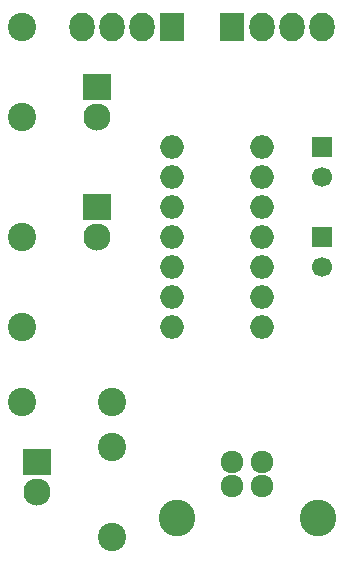
<source format=gbs>
G04 #@! TF.FileFunction,Soldermask,Bot*
%FSLAX46Y46*%
G04 Gerber Fmt 4.6, Leading zero omitted, Abs format (unit mm)*
G04 Created by KiCad (PCBNEW 4.0.4+e1-6308~48~ubuntu16.04.1-stable) date Thu Oct 20 18:00:38 2016*
%MOMM*%
%LPD*%
G01*
G04 APERTURE LIST*
%ADD10C,0.100000*%
%ADD11R,1.700000X1.700000*%
%ADD12C,1.700000*%
%ADD13R,2.400000X2.300000*%
%ADD14C,2.300000*%
%ADD15C,1.924000*%
%ADD16C,3.100020*%
%ADD17R,2.127200X2.432000*%
%ADD18O,2.127200X2.432000*%
%ADD19O,2.000000X2.000000*%
%ADD20C,2.398980*%
G04 APERTURE END LIST*
D10*
D11*
X157480000Y-85090000D03*
D12*
X157480000Y-87590000D03*
D11*
X157480000Y-92710000D03*
D12*
X157480000Y-95210000D03*
D13*
X133350000Y-111760000D03*
D14*
X133350000Y-114300000D03*
D13*
X138430000Y-80010000D03*
D14*
X138430000Y-82550000D03*
D13*
X138430000Y-90170000D03*
D14*
X138430000Y-92710000D03*
D15*
X149860000Y-111760000D03*
X152400000Y-111760000D03*
X152400000Y-113758980D03*
X149860000Y-113758980D03*
D16*
X145130520Y-116459000D03*
X157129480Y-116459000D03*
D17*
X144780000Y-74930000D03*
D18*
X142240000Y-74930000D03*
X139700000Y-74930000D03*
X137160000Y-74930000D03*
D17*
X149860000Y-74930000D03*
D18*
X152400000Y-74930000D03*
X154940000Y-74930000D03*
X157480000Y-74930000D03*
D19*
X144780000Y-85090000D03*
X144780000Y-87630000D03*
X144780000Y-90170000D03*
X144780000Y-92710000D03*
X144780000Y-95250000D03*
X144780000Y-97790000D03*
X144780000Y-100330000D03*
X152400000Y-100330000D03*
X152400000Y-97790000D03*
X152400000Y-95250000D03*
X152400000Y-92710000D03*
X152400000Y-90170000D03*
X152400000Y-87630000D03*
X152400000Y-85090000D03*
D20*
X139700000Y-110490000D03*
X139700000Y-118110000D03*
X139700000Y-106680000D03*
X132080000Y-106680000D03*
X132080000Y-74930000D03*
X132080000Y-82550000D03*
X132080000Y-100330000D03*
X132080000Y-92710000D03*
M02*

</source>
